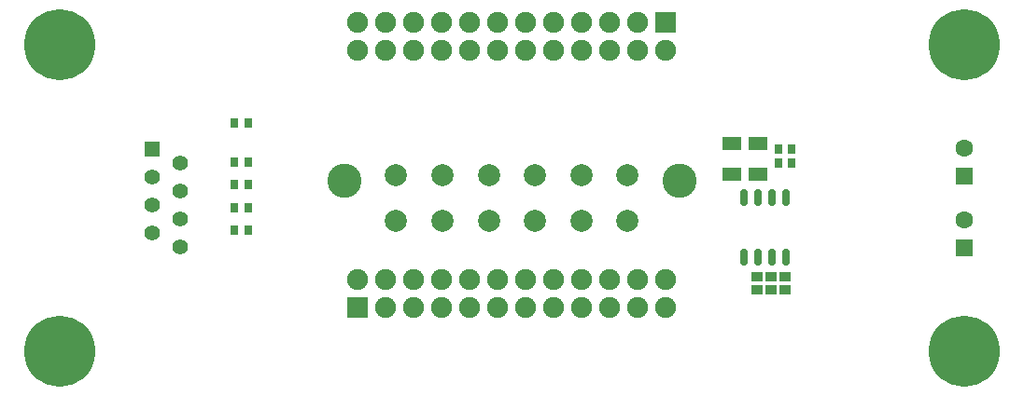
<source format=gts>
G04*
G04 #@! TF.GenerationSoftware,Altium Limited,Altium Designer,18.0.11 (651)*
G04*
G04 Layer_Color=8388736*
%FSLAX25Y25*%
%MOIN*%
G70*
G01*
G75*
%ADD21R,0.03156X0.03747*%
%ADD22R,0.03943X0.03550*%
%ADD23R,0.07093X0.04534*%
%ADD24O,0.02762X0.06109*%
%ADD25C,0.25400*%
%ADD26C,0.05518*%
%ADD27R,0.05518X0.05518*%
%ADD28C,0.00400*%
%ADD29C,0.07487*%
%ADD30R,0.07487X0.07487*%
%ADD31C,0.12211*%
%ADD32C,0.07880*%
%ADD33C,0.06306*%
%ADD34R,0.06306X0.06306*%
D21*
X95039Y12500D02*
D03*
X99961Y12500D02*
D03*
X99961Y17500D02*
D03*
X95039D02*
D03*
X-94297Y27000D02*
D03*
X-99218D02*
D03*
X-94297Y12800D02*
D03*
X-99218D02*
D03*
X-94297Y-3386D02*
D03*
X-99218D02*
D03*
X-94297Y-11479D02*
D03*
X-99218D02*
D03*
X-94297Y4707D02*
D03*
X-99218D02*
D03*
D22*
X87500Y-32961D02*
D03*
Y-28039D02*
D03*
X92500Y-32961D02*
D03*
Y-28039D02*
D03*
X97500Y-32961D02*
D03*
X97500Y-28039D02*
D03*
D23*
X88000Y19610D02*
D03*
Y8390D02*
D03*
X78500Y8390D02*
D03*
Y19610D02*
D03*
D24*
X83000Y-21228D02*
D03*
X88000D02*
D03*
X93000D02*
D03*
X98000D02*
D03*
X83000Y228D02*
D03*
X88000D02*
D03*
X93000D02*
D03*
X98000D02*
D03*
D25*
X161417Y-54724D02*
D03*
X-161417D02*
D03*
X161417Y54724D02*
D03*
X-161417D02*
D03*
D26*
X-118543Y-17504D02*
D03*
X-128543Y-12504D02*
D03*
X-118543Y-7504D02*
D03*
X-128543Y-2504D02*
D03*
X-118543Y2496D02*
D03*
X-128543Y7496D02*
D03*
X-118543Y12496D02*
D03*
D27*
X-128543Y17496D02*
D03*
D28*
X-153543Y-22504D02*
D03*
Y22504D02*
D03*
D29*
X55000Y-28976D02*
D03*
X45000D02*
D03*
X35000D02*
D03*
X25000D02*
D03*
X15000D02*
D03*
X5000D02*
D03*
X-5000D02*
D03*
X-15000D02*
D03*
X-25000D02*
D03*
X-35000D02*
D03*
X-45000D02*
D03*
X-55000D02*
D03*
X55000Y-38976D02*
D03*
X45000D02*
D03*
X35000D02*
D03*
X25000D02*
D03*
X15000D02*
D03*
X5000D02*
D03*
X-5000D02*
D03*
X-15000D02*
D03*
X-25000D02*
D03*
X-35000D02*
D03*
X-45000D02*
D03*
X45000Y62913D02*
D03*
X35000D02*
D03*
X25000D02*
D03*
X15000D02*
D03*
X5000D02*
D03*
X-5000D02*
D03*
X-15000D02*
D03*
X-25000D02*
D03*
X-35000D02*
D03*
X-45000D02*
D03*
X-55000D02*
D03*
X55000Y52913D02*
D03*
X45000D02*
D03*
X35000D02*
D03*
X25000D02*
D03*
X15000D02*
D03*
X5000D02*
D03*
X-5000D02*
D03*
X-15000D02*
D03*
X-25000D02*
D03*
X-35000D02*
D03*
X-45000D02*
D03*
X-55000D02*
D03*
D30*
Y-38976D02*
D03*
X55000Y62913D02*
D03*
D31*
X-59842Y6299D02*
D03*
X59842D02*
D03*
D32*
X41339Y8268D02*
D03*
X24803D02*
D03*
X8268D02*
D03*
X-8268D02*
D03*
X-24803D02*
D03*
X-41339D02*
D03*
X41339Y-8268D02*
D03*
X24803D02*
D03*
X8268D02*
D03*
X-8268D02*
D03*
X-24803D02*
D03*
X-41339D02*
D03*
D33*
X161417Y17874D02*
D03*
Y-7874D02*
D03*
D34*
Y7874D02*
D03*
Y-17874D02*
D03*
M02*

</source>
